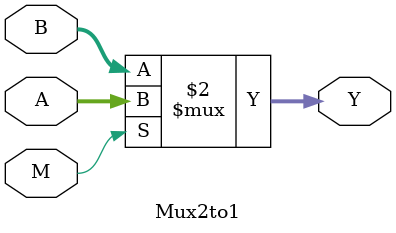
<source format=v>
`timescale 1ns / 1ps

module Mux2to1(
    input [31:0]  A,B,
    input M,
    output [31:0] Y
    );
    
    assign Y = (M == 1) ? A : B;
    
endmodule

</source>
